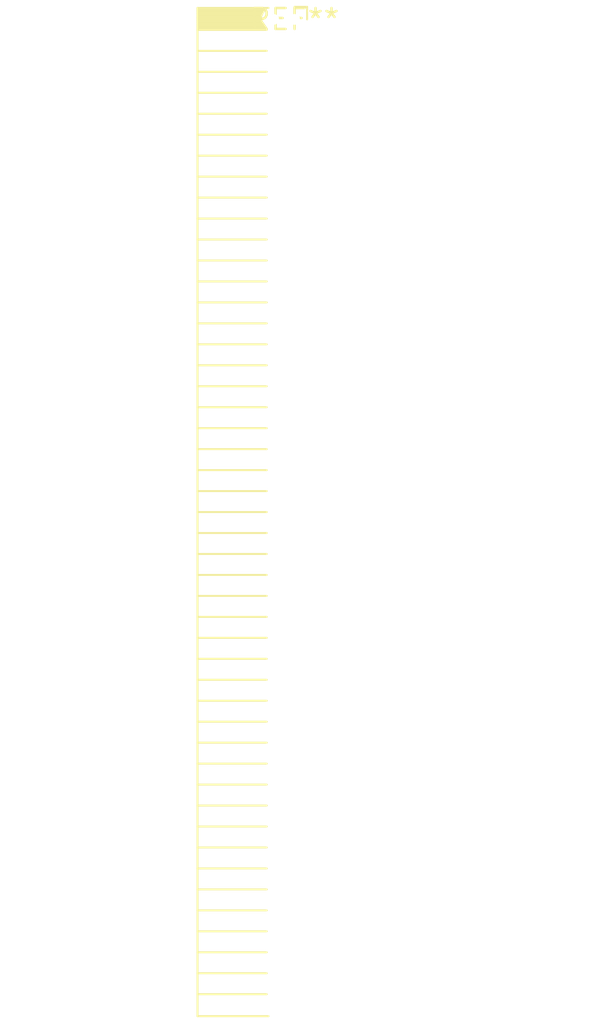
<source format=kicad_pcb>
(kicad_pcb (version 20240108) (generator pcbnew)
  (layers (0 "F.Cu" signal) (31 "B.Cu" signal) (34 "B.Paste" user) (35 "F.Paste" user) (36 "B.SilkS" user "B.Silkscreen") (37 "F.SilkS" user "F.Silkscreen") (38 "B.Mask" user) (39 "F.Mask" user) (44 "Edge.Cuts" user))
  (net 0 "")
  (footprint "PinSocket_2x48_P1.27mm_Horizontal" (layer "F.Cu") (at 0 0)
    (property "Reference" "REF**")
    (property "Value" "PinSocket_2x48_P1.27mm_Horizontal")
    (fp_line (start -5.88 -0.695) (end -5.88 60.385) (layer "F.SilkS") (stroke (width 0.12)))
    (fp_line (start -5.88 -0.695) (end -1.57753 -0.695) (layer "F.SilkS") (stroke (width 0.12)))
    (fp_line (start -5.88 -0.575) (end -1.766966 -0.575) (layer "F.SilkS") (stroke (width 0.12)))
    (fp_line (start -5.88 -0.465) (end -1.871145 -0.465) (layer "F.SilkS") (stroke (width 0.12)))
    (fp_line (start -5.88 -0.355) (end -1.941993 -0.355) (layer "F.SilkS") (stroke (width 0.12)))
    (fp_line (start -5.88 -0.245) (end -1.989427 -0.245) (layer "F.SilkS") (stroke (width 0.12)))
    (fp_line (start -5.88 -0.135) (end -2.017914 -0.135) (layer "F.SilkS") (stroke (width 0.12)))
    (fp_line (start -5.88 -0.025) (end -2.029589 -0.025) (layer "F.SilkS") (stroke (width 0.12)))
    (fp_line (start -5.88 0.085) (end -2.025232 0.085) (layer "F.SilkS") (stroke (width 0.12)))
    (fp_line (start -5.88 0.195) (end -2.004558 0.195) (layer "F.SilkS") (stroke (width 0.12)))
    (fp_line (start -5.88 0.305) (end -1.966114 0.305) (layer "F.SilkS") (stroke (width 0.12)))
    (fp_line (start -5.88 0.415) (end -1.906691 0.415) (layer "F.SilkS") (stroke (width 0.12)))
    (fp_line (start -5.88 0.525) (end -1.819523 0.525) (layer "F.SilkS") (stroke (width 0.12)))
    (fp_line (start -5.88 0.635) (end -1.687582 0.635) (layer "F.SilkS") (stroke (width 0.12)))
    (fp_line (start -5.88 1.905) (end -1.687582 1.905) (layer "F.SilkS") (stroke (width 0.12)))
    (fp_line (start -5.88 3.175) (end -1.687582 3.175) (layer "F.SilkS") (stroke (width 0.12)))
    (fp_line (start -5.88 4.445) (end -1.687582 4.445) (layer "F.SilkS") (stroke (width 0.12)))
    (fp_line (start -5.88 5.715) (end -1.687582 5.715) (layer "F.SilkS") (stroke (width 0.12)))
    (fp_line (start -5.88 6.985) (end -1.687582 6.985) (layer "F.SilkS") (stroke (width 0.12)))
    (fp_line (start -5.88 8.255) (end -1.687582 8.255) (layer "F.SilkS") (stroke (width 0.12)))
    (fp_line (start -5.88 9.525) (end -1.687582 9.525) (layer "F.SilkS") (stroke (width 0.12)))
    (fp_line (start -5.88 10.795) (end -1.687582 10.795) (layer "F.SilkS") (stroke (width 0.12)))
    (fp_line (start -5.88 12.065) (end -1.687582 12.065) (layer "F.SilkS") (stroke (width 0.12)))
    (fp_line (start -5.88 13.335) (end -1.687582 13.335) (layer "F.SilkS") (stroke (width 0.12)))
    (fp_line (start -5.88 14.605) (end -1.687582 14.605) (layer "F.SilkS") (stroke (width 0.12)))
    (fp_line (start -5.88 15.875) (end -1.687582 15.875) (layer "F.SilkS") (stroke (width 0.12)))
    (fp_line (start -5.88 17.145) (end -1.687582 17.145) (layer "F.SilkS") (stroke (width 0.12)))
    (fp_line (start -5.88 18.415) (end -1.687582 18.415) (layer "F.SilkS") (stroke (width 0.12)))
    (fp_line (start -5.88 19.685) (end -1.687582 19.685) (layer "F.SilkS") (stroke (width 0.12)))
    (fp_line (start -5.88 20.955) (end -1.687582 20.955) (layer "F.SilkS") (stroke (width 0.12)))
    (fp_line (start -5.88 22.225) (end -1.687582 22.225) (layer "F.SilkS") (stroke (width 0.12)))
    (fp_line (start -5.88 23.495) (end -1.687582 23.495) (layer "F.SilkS") (stroke (width 0.12)))
    (fp_line (start -5.88 24.765) (end -1.687582 24.765) (layer "F.SilkS") (stroke (width 0.12)))
    (fp_line (start -5.88 26.035) (end -1.687582 26.035) (layer "F.SilkS") (stroke (width 0.12)))
    (fp_line (start -5.88 27.305) (end -1.687582 27.305) (layer "F.SilkS") (stroke (width 0.12)))
    (fp_line (start -5.88 28.575) (end -1.687582 28.575) (layer "F.SilkS") (stroke (width 0.12)))
    (fp_line (start -5.88 29.845) (end -1.687582 29.845) (layer "F.SilkS") (stroke (width 0.12)))
    (fp_line (start -5.88 31.115) (end -1.687582 31.115) (layer "F.SilkS") (stroke (width 0.12)))
    (fp_line (start -5.88 32.385) (end -1.687582 32.385) (layer "F.SilkS") (stroke (width 0.12)))
    (fp_line (start -5.88 33.655) (end -1.687582 33.655) (layer "F.SilkS") (stroke (width 0.12)))
    (fp_line (start -5.88 34.925) (end -1.687582 34.925) (layer "F.SilkS") (stroke (width 0.12)))
    (fp_line (start -5.88 36.195) (end -1.687582 36.195) (layer "F.SilkS") (stroke (width 0.12)))
    (fp_line (start -5.88 37.465) (end -1.687582 37.465) (layer "F.SilkS") (stroke (width 0.12)))
    (fp_line (start -5.88 38.735) (end -1.687582 38.735) (layer "F.SilkS") (stroke (width 0.12)))
    (fp_line (start -5.88 40.005) (end -1.687582 40.005) (layer "F.SilkS") (stroke (width 0.12)))
    (fp_line (start -5.88 41.275) (end -1.687582 41.275) (layer "F.SilkS") (stroke (width 0.12)))
    (fp_line (start -5.88 42.545) (end -1.687582 42.545) (layer "F.SilkS") (stroke (width 0.12)))
    (fp_line (start -5.88 43.815) (end -1.687582 43.815) (layer "F.SilkS") (stroke (width 0.12)))
    (fp_line (start -5.88 45.085) (end -1.687582 45.085) (layer "F.SilkS") (stroke (width 0.12)))
    (fp_line (start -5.88 46.355) (end -1.687582 46.355) (layer "F.SilkS") (stroke (width 0.12)))
    (fp_line (start -5.88 47.625) (end -1.687582 47.625) (layer "F.SilkS") (stroke (width 0.12)))
    (fp_line (start -5.88 48.895) (end -1.687582 48.895) (layer "F.SilkS") (stroke (width 0.12)))
    (fp_line (start -5.88 50.165) (end -1.687582 50.165) (layer "F.SilkS") (stroke (width 0.12)))
    (fp_line (start -5.88 51.435) (end -1.687582 51.435) (layer "F.SilkS") (stroke (width 0.12)))
    (fp_line (start -5.88 52.705) (end -1.687582 52.705) (layer "F.SilkS") (stroke (width 0.12)))
    (fp_line (start -5.88 53.975) (end -1.687582 53.975) (layer "F.SilkS") (stroke (width 0.12)))
    (fp_line (start -5.88 55.245) (end -1.687582 55.245) (layer "F.SilkS") (stroke (width 0.12)))
    (fp_line (start -5.88 56.515) (end -1.687582 56.515) (layer "F.SilkS") (stroke (width 0.12)))
    (fp_line (start -5.88 57.785) (end -1.687582 57.785) (layer "F.SilkS") (stroke (width 0.12)))
    (fp_line (start -5.88 59.055) (end -1.687582 59.055) (layer "F.SilkS") (stroke (width 0.12)))
    (fp_line (start -5.88 60.385) (end -1.57753 60.385) (layer "F.SilkS") (stroke (width 0.12)))
    (fp_line (start 0 -0.76) (end 0.76 -0.76) (layer "F.SilkS") (stroke (width 0.12)))
    (fp_line (start 0.76 -0.76) (end 0.76 0) (layer "F.SilkS") (stroke (width 0.12)))
    (pad "1" thru_hole rect (at 0 0) (size 1 1) (drill 0.65) (layers *.Cu *.Mask) (remove_unused_layers))
    (pad "2" thru_hole oval (at -1.27 0) (size 1 1) (drill 0.65) (layers *.Cu *.Mask) (remove_unused_layers))
    (pad "3" thru_hole oval (at 0 1.27) (size 1 1) (drill 0.65) (layers *.Cu *.Mask) (remove_unused_layers))
    (pad "4" thru_hole oval (at -1.27 1.27) (size 1 1) (drill 0.65) (layers *.Cu *.Mask) (remove_unused_layers))
    (pad "5" thru_hole oval (at 0 2.54) (size 1 1) (drill 0.65) (layers *.Cu *.Mask) (remove_unused_layers))
    (pad "6" thru_hole oval (at -1.27 2.54) (size 1 1) (drill 0.65) (layers *.Cu *.Mask) (remove_unused_layers))
    (pad "7" thru_hole oval (at 0 3.81) (size 1 1) (drill 0.65) (layers *.Cu *.Mask) (remove_unused_layers))
    (pad "8" thru_hole oval (at -1.27 3.81) (size 1 1) (drill 0.65) (layers *.Cu *.Mask) (remove_unused_layers))
    (pad "9" thru_hole oval (at 0 5.08) (size 1 1) (drill 0.65) (layers *.Cu *.Mask) (remove_unused_layers))
    (pad "10" thru_hole oval (at -1.27 5.08) (size 1 1) (drill 0.65) (layers *.Cu *.Mask) (remove_unused_layers))
    (pad "11" thru_hole oval (at 0 6.35) (size 1 1) (drill 0.65) (layers *.Cu *.Mask) (remove_unused_layers))
    (pad "12" thru_hole oval (at -1.27 6.35) (size 1 1) (drill 0.65) (layers *.Cu *.Mask) (remove_unused_layers))
    (pad "13" thru_hole oval (at 0 7.62) (size 1 1) (drill 0.65) (layers *.Cu *.Mask) (remove_unused_layers))
    (pad "14" thru_hole oval (at -1.27 7.62) (size 1 1) (drill 0.65) (layers *.Cu *.Mask) (remove_unused_layers))
    (pad "15" thru_hole oval (at 0 8.89) (size 1 1) (drill 0.65) (layers *.Cu *.Mask) (remove_unused_layers))
    (pad "16" thru_hole oval (at -1.27 8.89) (size 1 1) (drill 0.65) (layers *.Cu *.Mask) (remove_unused_layers))
    (pad "17" thru_hole oval (at 0 10.16) (size 1 1) (drill 0.65) (layers *.Cu *.Mask) (remove_unused_layers))
    (pad "18" thru_hole oval (at -1.27 10.16) (size 1 1) (drill 0.65) (layers *.Cu *.Mask) (remove_unused_layers))
    (pad "19" thru_hole oval (at 0 11.43) (size 1 1) (drill 0.65) (layers *.Cu *.Mask) (remove_unused_layers))
    (pad "20" thru_hole oval (at -1.27 11.43) (size 1 1) (drill 0.65) (layers *.Cu *.Mask) (remove_unused_layers))
    (pad "21" thru_hole oval (at 0 12.7) (size 1 1) (drill 0.65) (layers *.Cu *.Mask) (remove_unused_layers))
    (pad "22" thru_hole oval (at -1.27 12.7) (size 1 1) (drill 0.65) (layers *.Cu *.Mask) (remove_unused_layers))
    (pad "23" thru_hole oval (at 0 13.97) (size 1 1) (drill 0.65) (layers *.Cu *.Mask) (remove_unused_layers))
    (pad "24" thru_hole oval (at -1.27 13.97) (size 1 1) (drill 0.65) (layers *.Cu *.Mask) (remove_unused_layers))
    (pad "25" thru_hole oval (at 0 15.24) (size 1 1) (drill 0.65) (layers *.Cu *.Mask) (remove_unused_layers))
    (pad "26" thru_hole oval (at -1.27 15.24) (size 1 1) (drill 0.65) (layers *.Cu *.Mask) (remove_unused_layers))
    (pad "27" thru_hole oval (at 0 16.51) (size 1 1) (drill 0.65) (layers *.Cu *.Mask) (remove_unused_layers))
    (pad "28" thru_hole oval (at -1.27 16.51) (size 1 1) (drill 0.65) (layers *.Cu *.Mask) (remove_unused_layers))
    (pad "29" thru_hole oval (at 0 17.78) (size 1 1) (drill 0.65) (layers *.Cu *.Mask) (remove_unused_layers))
    (pad "30" thru_hole oval (at -1.27 17.78) (size 1 1) (drill 0.65) (layers *.Cu *.Mask) (remove_unused_layers))
    (pad "31" thru_hole oval (at 0 19.05) (size 1 1) (drill 0.65) (layers *.Cu *.Mask) (remove_unused_layers))
    (pad "32" thru_hole oval (at -1.27 19.05) (size 1 1) (drill 0.65) (layers *.Cu *.Mask) (remove_unused_layers))
    (pad "33" thru_hole oval (at 0 20.32) (size 1 1) (drill 0.65) (layers *.Cu *.Mask) (remove_unused_layers))
    (pad "34" thru_hole oval (at -1.27 20.32) (size 1 1) (drill 0.65) (layers *.Cu *.Mask) (remove_unused_layers))
    (pad "35" thru_hole oval (at 0 21.59) (size 1 1) (drill 0.65) (layers *.Cu *.Mask) (remove_unused_layers))
    (pad "36" thru_hole oval (at -1.27 21.59) (size 1 1) (drill 0.65) (layers *.Cu *.Mask) (remove_unused_layers))
    (pad "37" thru_hole oval (at 0 22.86) (size 1 1) (drill 0.65) (layers *.Cu *.Mask) (remove_unused_layers))
    (pad "38" thru_hole oval (at -1.27 22.86) (size 1 1) (drill 0.65) (layers *.Cu *.Mask) (remove_unused_layers))
    (pad "39" thru_hole oval (at 0 24.13) (size 1 1) (drill 0.65) (layers *.Cu *.Mask) (remove_unused_layers))
    (pad "40" thru_hole oval (at -1.27 24.13) (size 1 1) (drill 0.65) (layers *.Cu *.Mask) (remove_unused_layers))
    (pad "41" thru_hole oval (at 0 25.4) (size 1 1) (drill 0.65) (layers *.Cu *.Mask) (remove_unused_layers))
    (pad "42" thru_hole oval (at -1.27 25.4) (size 1 1) (drill 0.65) (layers *.Cu *.Mask) (remove_unused_layers))
    (pad "43" thru_hole oval (at 0 26.67) (size 1 1) (drill 0.65) (layers *.Cu *.Mask) (remove_unused_layers))
    (pad "44" thru_hole oval (at -1.27 26.67) (size 1 1) (drill 0.65) (layers *.Cu *.Mask) (remove_unused_layers))
    (pad "45" thru_hole oval (at 0 27.94) (size 1 1) (drill 0.65) (layers *.Cu *.Mask) (remove_unused_layers))
    (pad "46" thru_hole oval (at -1.27 27.94) (size 1 1) (drill 0.65) (layers *.Cu *.Mask) (remove_unused_layers))
    (pad "47" thru_hole oval (at 0 29.21) (size 1 1) (drill 0.65) (layers *.Cu *.Mask) (remove_unused_layers))
    (pad "48" thru_hole oval (at -1.27 29.21) (size 1 1) (drill 0.65) (layers *.Cu *.Mask) (remove_unused_layers))
    (pad "49" thru_hole oval (at 0 30.48) (size 1 1) (drill 0.65) (layers *.Cu *.Mask) (remove_unused_layers))
    (pad "50" thru_hole oval (at -1.27 30.48) (size 1 1) (drill 0.65) (layers *.Cu *.Mask) (remove_unused_layers))
    (pad "51" thru_hole oval (at 0 31.75) (size 1 1) (drill 0.65) (layers *.Cu *.Mask) (remove_unused_layers))
    (pad "52" thru_hole oval (at -1.27 31.75) (size 1 1) (drill 0.65) (layers *.Cu *.Mask) (remove_unused_layers))
    (pad "53" thru_hole oval (at 0 33.02) (size 1 1) (drill 0.65) (layers *.Cu *.Mask) (remove_unused_layers))
    (pad "54" thru_hole oval (at -1.27 33.02) (size 1 1) (drill 0.65) (layers *.Cu *.Mask) (remove_unused_layers))
    (pad "55" thru_hole oval (at 0 34.29) (size 1 1) (drill 0.65) (layers *.Cu *.Mask) (remove_unused_layers))
    (pad "56" thru_hole oval (at -1.27 34.29) (size 1 1) (drill 0.65) (layers *.Cu *.Mask) (remove_unused_layers))
    (pad "57" thru_hole oval (at 0 35.56) (size 1 1) (drill 0.65) (layers *.Cu *.Mask) (remove_unused_layers))
    (pad "58" thru_hole oval (at -1.27 35.56) (size 1 1) (drill 0.65) (layers *.Cu *.Mask) (remove_unused_layers))
    (pad "59" thru_hole oval (at 0 36.83) (size 1 1) (drill 0.65) (layers *.Cu *.Mask) (remove_unused_layers))
    (pad "60" thru_hole oval (at -1.27 36.83) (size 1 1) (drill 0.65) (layers *.Cu *.Mask) (remove_unused_layers))
    (pad "61" thru_hole oval (at 0 38.1) (size 1 1) (drill 0.65) (layers *.Cu *.Mask) (remove_unused_layers))
    (pad "62" thru_hole oval (at -1.27 38.1) (size 1 1) (drill 0.65) (layers *.Cu *.Mask) (remove_unused_layers))
    (pad "63" thru_hole oval (at 0 39.37) (size 1 1) (drill 0.65) (layers *.Cu *.Mask) (remove_unused_layers))
    (pad "64" thru_hole oval (at -1.27 39.37) (size 1 1) (drill 0.65) (layers *.Cu *.Mask) (remove_unused_layers))
    (pad "65" thru_hole oval (at 0 40.64) (size 1 1) (drill 0.65) (layers *.Cu *.Mask) (remove_unused_layers))
    (pad "66" thru_hole oval (at -1.27 40.64) (size 1 1) (drill 0.65) (layers *.Cu *.Mask) (remove_unused_layers))
    (pad "67" thru_hole oval (at 0 41.91) (size 1 1) (drill 0.65) (layers *.Cu *.Mask) (remove_unused_layers))
    (pad "68" thru_hole oval (at -1.27 41.91) (size 1 1) (drill 0.65) (layers *.Cu *.Mask) (remove_unused_layers))
    (pad "69" thru_hole oval (at 0 43.18) (size 1 1) (drill 0.65) (layers *.Cu *.Mask) (remove_unused_layers))
    (pad "70" thru_hole oval (at -1.27 43.18) (size 1 1) (drill 0.65) (layers *.Cu *.Mask) (remove_unused_layers))
    (pad "71" thru_hole oval (at 0 44.45) (size 1 1) (drill 0.65) (layers *.Cu *.Mask) (remove_unused_layers))
    (pad "72" thru_hole oval (at -1.27 44.45) (size 1 1) (drill 0.65) (layers *.Cu *.Mask) (remove_unused_layers))
    (pad "73" thru_hole oval (at 0 45.72) (size 1 1) (drill 0.65) (layers *.Cu *.Mask) (remove_unused_layers))
    (pad "74" thru_hole oval (at -1.27 45.72) (size 1 1) (drill 0.65) (layers *.Cu *.Mask) (remove_unused_layers))
    (pad "75" thru_hole oval (at 0 46.99) (size 1 1) (drill 0.65) (layers *.Cu *.Mask) (remove_unused_layers))
    (pad "76" thru_hole oval (at -1.27 46.99) (size 1 1) (drill 0.65) (layers *.Cu *.Mask) (remove_unused_layers))
    (pad "77" thru_hole oval (at 0 48.26) (size 1 1) (drill 0.65) (layers *.Cu *.Mask) (remove_unused_layers))
    (pad "78" thru_hole oval (at -1.27 48.26) (size 1 1) (drill 0.65) (layers *.Cu *.Mask) (remove_unused_layers))
    (pad "79" thru_hole oval (at 0 49.53) (size 1 1) (drill 0.65) (layers *.Cu *.Mask) (remove_unused_layers))
    (pad "80" thru_hole oval (at -1.27 49.53) (size 1 1) (drill 0.65) (layers *.Cu *.Mask) (remove_unused_layers))
    (pad "81" thru_hole oval (at 0 50.8) (size 1 1) (drill 0.65) (layers *.Cu *.Mask) (remove_unused_layers))
    (pad "82" thru_hole oval (at -1.27 50.8) (size 1 1) (drill 0.65) (layers *.Cu *.Mask) (remove_unused_layers))
    (pad "83" thru_hole oval (at 0 52.07) (size 1 1) (drill 0.65) (layers *.Cu *.Mask) (remove_unused_layers))
    (pad "84" thru_hole oval (at -1.27 52.07) (size 1 1) (drill 0.65) (layers *.Cu *.Mask) (remove_unused_layers))
    (pad "85" thru_hole oval (at 0 53.34) (size 1 1) (drill 0.65) (layers *.Cu *.Mask) (remove_unused_layers))
    (pad "86" thru_hole oval (at -1.27 53.34) (size 1 1) (drill 0.65) (layers *.Cu *.Mask) (remove_unused_layers))
    (pad "87" thru_hole oval (at 0 54.61) (size 1 1) (drill 0.65) (layers *.Cu *.Mask) (remove_unused_layers))
    (pad "88" thru_hole oval (at -1.27 54.61) (size 1 1) (drill 0.65) (layers *.Cu *.Mask) (remove_unused_layers))
    (pad "89" thru_hole oval (at 0 55.88) (size 1 1) (drill 0.65) (layers *.Cu *.Mask) (remove_unused_layers))
    (pad "90" thru_hole oval (at -1.27 55.88) (size 1 1) (drill 0.65) (layers *.Cu *.Mask) (remove_unused_layers))
    (pad "91" thru_hole oval (at 0 57.15) (size 1 1) (drill 0.65) (layers *.Cu *.Mask) (remove_unused_layers))
    (pad "92" thru_hole oval (at -1.27 57.15) (size 1 1) (drill 0.65) (layers *.Cu *.Mask) (remove_unused_layers))
    (pad "93" thru_hole oval (at 0 58.42) (size 1 1) (drill 0.65) (layers *.Cu *.Mask) (remove_unused_layers))
    (pad "94" thru_hole oval (at -1.27 58.42) (size 1 1) (drill 0.65) (layers *.Cu *.Mask) (remove_unused_layers))
    (pad "95" thru_hole oval (at 0 59.69) (size 1 1) (drill 0.65) (layers *.Cu *.Mask) (remove_unused_layers))
    (pad "96" thru_hole oval (at -1.27 59.69) (size 1 1) (drill 0.65) (layers *.Cu *.Mask) (remove_unused_layers))
  )
)
</source>
